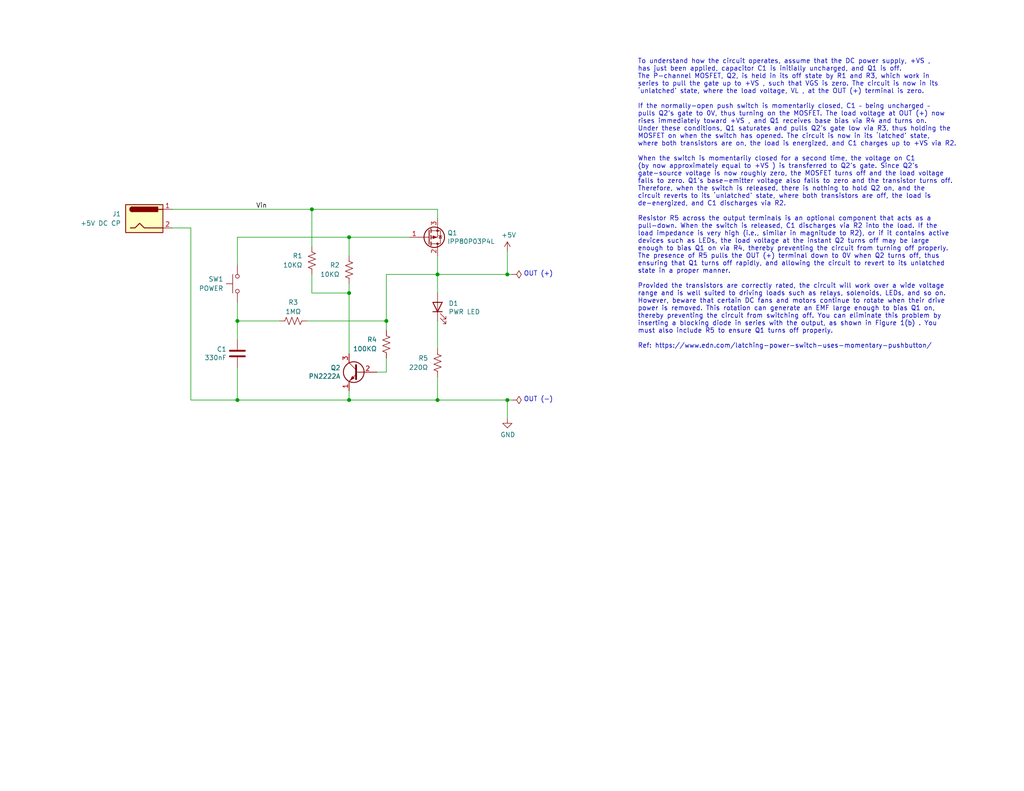
<source format=kicad_sch>
(kicad_sch (version 20211123) (generator eeschema)
  (paper "USLetter")
  (title_block (title "Part 2 - Latching power switch") (date "2022-09-30") (rev "1") (company "Frederic Segard - aka: The Micro Hobbyist"))
  (lib_symbols
    (symbol "Connector:Barrel_Jack" (pin_names (offset 1.016))
      (property "Reference" "J" (at 0 5.334 0))
      (property "Value" "Barrel_Jack" (at 0 -5.08 0))
      (symbol "Barrel_Jack_0_1"
        (rectangle (start -5.08 3.81) (end 5.08 -3.81) (stroke (width 0.254)) (fill (type background)))
        (arc (start -3.302 3.175) (mid -3.937 2.54) (end -3.302 1.905) (stroke (width 0.254)))
        (arc (start -3.302 3.175) (mid -3.937 2.54) (end -3.302 1.905) (stroke (width 0.254)) (fill (type outline)))
        (polyline (pts (xy 5.08 2.54) (xy 3.81 2.54)) (stroke (width 0.254)))
        (polyline (pts (xy -3.81 -2.54) (xy -2.54 -2.54) (xy -1.27 -1.27) (xy 0 -2.54) (xy 2.54 -2.54) (xy 5.08 -2.54)) (stroke (width 0.254)))
        (rectangle (start 3.683 3.175) (end -3.302 1.905) (stroke (width 0.254)) (fill (type outline)))
      )
      (symbol "Barrel_Jack_1_1"
        (pin passive line (at 7.62 2.54 180) (length 2.54) (name "~") (number "1"))
        (pin passive line (at 7.62 -2.54 180) (length 2.54) (name "~") (number "2"))
      )
    )
    (symbol "Device:C" (pin_numbers hide) (pin_names (offset 0.254))
      (property "Reference" "C" (at 0.635 2.54 0))
      (property "Value" "C" (at 0.635 -2.54 0))
      (symbol "C_0_1"
        (polyline (pts (xy -2.032 -0.762) (xy 2.032 -0.762)) (stroke (width 0.508)))
        (polyline (pts (xy -2.032 0.762) (xy 2.032 0.762)) (stroke (width 0.508)))
      )
      (symbol "C_1_1"
        (pin passive line (at 0 3.81 270) (length 2.794) (name "~") (number "1"))
        (pin passive line (at 0 -3.81 90) (length 2.794) (name "~") (number "2"))
      )
    )
    (symbol "Device:LED" (pin_numbers hide) (pin_names (offset 1.016) hide)
      (property "Reference" "D" (at 0 2.54 0))
      (property "Value" "LED" (at 0 -2.54 0))
      (symbol "LED_0_1"
        (polyline (pts (xy -1.27 -1.27) (xy -1.27 1.27)) (stroke (width 0.254)))
        (polyline (pts (xy -1.27 0) (xy 1.27 0)))
        (polyline (pts (xy 1.27 -1.27) (xy 1.27 1.27) (xy -1.27 0) (xy 1.27 -1.27)) (stroke (width 0.254)))
        (polyline (pts (xy -3.048 -0.762) (xy -4.572 -2.286) (xy -3.81 -2.286) (xy -4.572 -2.286) (xy -4.572 -1.524)))
        (polyline (pts (xy -1.778 -0.762) (xy -3.302 -2.286) (xy -2.54 -2.286) (xy -3.302 -2.286) (xy -3.302 -1.524)))
      )
      (symbol "LED_1_1"
        (pin passive line (at -3.81 0 0) (length 2.54) (name "K") (number "1"))
        (pin passive line (at 3.81 0 180) (length 2.54) (name "A") (number "2"))
      )
    )
    (symbol "Device:R_US" (pin_numbers hide) (pin_names (offset 0))
      (property "Reference" "R" (at 2.54 0 90))
      (property "Value" "R_US" (at -2.54 0 90))
      (symbol "R_US_0_1"
        (polyline (pts (xy 0 -2.286) (xy 0 -2.54)))
        (polyline (pts (xy 0 2.286) (xy 0 2.54)))
        (polyline (pts (xy 0 -0.762) (xy 1.016 -1.143) (xy 0 -1.524) (xy -1.016 -1.905) (xy 0 -2.286)))
        (polyline (pts (xy 0 0.762) (xy 1.016 0.381) (xy 0 0) (xy -1.016 -0.381) (xy 0 -0.762)))
        (polyline (pts (xy 0 2.286) (xy 1.016 1.905) (xy 0 1.524) (xy -1.016 1.143) (xy 0 0.762)))
      )
      (symbol "R_US_1_1"
        (pin passive line (at 0 3.81 270) (length 1.27) (name "~") (number "1"))
        (pin passive line (at 0 -3.81 90) (length 1.27) (name "~") (number "2"))
      )
    )
    (symbol "Switch:SW_Push" (pin_numbers hide) (pin_names (offset 1.016) hide)
      (property "Reference" "SW" (at 1.27 2.54 0))
      (property "Value" "SW_Push" (at 0 -1.524 0))
      (symbol "SW_Push_0_1"
        (circle (center -2.032 0) (radius 0.508))
        (polyline (pts (xy 0 1.27) (xy 0 3.048)))
        (polyline (pts (xy 2.54 1.27) (xy -2.54 1.27)))
        (circle (center 2.032 0) (radius 0.508))
        (pin passive line (at -5.08 0 0) (length 2.54) (name "1") (number "1"))
        (pin passive line (at 5.08 0 180) (length 2.54) (name "2") (number "2"))
      )
    )
    (symbol "Transistor_BJT:PN2222A" (pin_names (offset 0) hide)
      (property "Reference" "Q" (at 5.08 1.905 0))
      (property "Value" "PN2222A" (at 5.08 0 0))
      (symbol "PN2222A_0_1"
        (polyline (pts (xy 0 0) (xy 0.635 0)))
        (polyline (pts (xy 2.54 -2.54) (xy 0.635 -0.635)))
        (polyline (pts (xy 2.54 2.54) (xy 0.635 0.635)))
        (polyline (pts (xy 0.635 1.905) (xy 0.635 -1.905) (xy 0.635 -1.905)) (stroke (width 0.508)))
        (polyline (pts (xy 2.413 -2.413) (xy 1.905 -1.905) (xy 1.905 -1.905)))
        (polyline (pts (xy 1.143 -1.651) (xy 1.651 -1.143) (xy 2.159 -2.159) (xy 1.143 -1.651) (xy 1.143 -1.651)) (fill (type outline)))
        (circle (center 1.27 0) (radius 2.8194) (stroke (width 0.254)))
      )
      (symbol "PN2222A_1_1"
        (pin passive line (at 2.54 -5.08 90) (length 2.54) (name "E") (number "1"))
        (pin input line (at -5.08 0 0) (length 5.08) (name "B") (number "2"))
        (pin passive line (at 2.54 5.08 270) (length 2.54) (name "C") (number "3"))
      )
    )
    (symbol "Transistor_FET:IRF4905" (pin_names hide)
      (property "Reference" "Q" (at 5.08 1.905 0))
      (property "Value" "IRF4905" (at 5.08 0 0))
      (symbol "IRF4905_0_1"
        (polyline (pts (xy 0.254 0) (xy -2.54 0)))
        (polyline (pts (xy 0.254 1.905) (xy 0.254 -1.905)) (stroke (width 0.254)))
        (polyline (pts (xy 0.762 -1.27) (xy 0.762 -2.286)) (stroke (width 0.254)))
        (polyline (pts (xy 0.762 0.508) (xy 0.762 -0.508)) (stroke (width 0.254)))
        (polyline (pts (xy 0.762 2.286) (xy 0.762 1.27)) (stroke (width 0.254)))
        (polyline (pts (xy 2.54 2.54) (xy 2.54 1.778)))
        (polyline (pts (xy 2.54 -2.54) (xy 2.54 0) (xy 0.762 0)))
        (polyline (pts (xy 0.762 1.778) (xy 3.302 1.778) (xy 3.302 -1.778) (xy 0.762 -1.778)))
        (polyline (pts (xy 2.286 0) (xy 1.27 0.381) (xy 1.27 -0.381) (xy 2.286 0)) (fill (type outline)))
        (polyline (pts (xy 2.794 -0.508) (xy 2.921 -0.381) (xy 3.683 -0.381) (xy 3.81 -0.254)))
        (polyline (pts (xy 3.302 -0.381) (xy 2.921 0.254) (xy 3.683 0.254) (xy 3.302 -0.381)))
        (circle (center 1.651 0) (radius 2.794) (stroke (width 0.254)))
        (circle (center 2.54 -1.778) (radius 0.254) (fill (type outline)))
        (circle (center 2.54 1.778) (radius 0.254) (fill (type outline)))
      )
      (symbol "IRF4905_1_1"
        (pin input line (at -5.08 0 0) (length 2.54) (name "G") (number "1"))
        (pin passive line (at 2.54 5.08 270) (length 2.54) (name "D") (number "2"))
        (pin passive line (at 2.54 -5.08 90) (length 2.54) (name "S") (number "3"))
      )
    )
    (symbol "power:+5V" (power) (pin_names (offset 0))
      (property "Value" "+5V" (at 0 3.556 0))
      (symbol "+5V_0_1"
        (polyline (pts (xy -0.762 1.27) (xy 0 2.54)))
        (polyline (pts (xy 0 0) (xy 0 2.54)))
        (polyline (pts (xy 0 2.54) (xy 0.762 1.27)))
      )
      (symbol "+5V_1_1"
        (pin power_in line (at 0 0 90) (length 0) hide (name "+5V") (number "1"))
      )
    )
    (symbol "power:GND" (power) (pin_names (offset 0))
      (property "Value" "GND" (at 0 -3.81 0))
      (symbol "GND_0_1"
        (polyline (pts (xy 0 0) (xy 0 -1.27) (xy 1.27 -1.27) (xy 0 -2.54) (xy -1.27 -1.27) (xy 0 -1.27)))
      )
      (symbol "GND_1_1"
        (pin power_in line (at 0 0 270) (length 0) hide (name "GND") (number "1"))
      )
    )
    (symbol "power:PWR_FLAG" (power) (pin_numbers hide) (pin_names (offset 0) hide)
      (property "Value" "PWR_FLAG" (at 0 3.81 0))
      (symbol "PWR_FLAG_0_0"
        (pin power_out line (at 0 0 90) (length 0) (name "pwr") (number "1"))
      )
      (symbol "PWR_FLAG_0_1"
        (polyline (pts (xy 0 0) (xy 0 1.27) (xy -1.016 1.905) (xy 0 2.54) (xy 1.016 1.905) (xy 0 1.27)))
      )
    )
  )
  (junction (at 85.09 57.15))
  (junction (at 64.77 87.63))
  (junction (at 105.41 87.63))
  (junction (at 138.43 74.93))
  (junction (at 95.25 80.01))
  (junction (at 138.43 109.22))
  (junction (at 119.38 109.22))
  (junction (at 119.38 74.93))
  (junction (at 95.25 109.22))
  (junction (at 95.25 64.77))
  (junction (at 64.77 109.22))
  (wire (pts (xy 105.41 87.63) (xy 105.41 90.17)))
  (wire (pts (xy 64.77 87.63) (xy 64.77 82.55)))
  (wire (pts (xy 64.77 92.71) (xy 64.77 87.63)))
  (wire (pts (xy 119.38 80.01) (xy 119.38 74.93)))
  (wire (pts (xy 105.41 87.63) (xy 83.82 87.63)))
  (wire (pts (xy 119.38 69.85) (xy 119.38 74.93)))
  (wire (pts (xy 95.25 109.22) (xy 119.38 109.22)))
  (wire (pts (xy 119.38 95.25) (xy 119.38 87.63)))
  (wire (pts (xy 85.09 80.01) (xy 85.09 74.93)))
  (wire (pts (xy 139.7 109.22) (xy 138.43 109.22)))
  (wire (pts (xy 105.41 74.93) (xy 105.41 87.63)))
  (wire (pts (xy 105.41 101.6) (xy 105.41 97.79)))
  (wire (pts (xy 95.25 106.68) (xy 95.25 109.22)))
  (wire (pts (xy 95.25 80.01) (xy 95.25 96.52)))
  (wire (pts (xy 64.77 100.33) (xy 64.77 109.22)))
  (wire (pts (xy 95.25 109.22) (xy 64.77 109.22)))
  (wire (pts (xy 52.07 62.23) (xy 52.07 109.22)))
  (wire (pts (xy 95.25 77.47) (xy 95.25 80.01)))
  (wire (pts (xy 95.25 80.01) (xy 85.09 80.01)))
  (wire (pts (xy 95.25 69.85) (xy 95.25 64.77)))
  (wire (pts (xy 138.43 109.22) (xy 119.38 109.22)))
  (wire (pts (xy 64.77 109.22) (xy 52.07 109.22)))
  (wire (pts (xy 138.43 74.93) (xy 119.38 74.93)))
  (wire (pts (xy 85.09 67.31) (xy 85.09 57.15)))
  (wire (pts (xy 95.25 64.77) (xy 111.76 64.77)))
  (wire (pts (xy 119.38 57.15) (xy 119.38 59.69)))
  (wire (pts (xy 138.43 68.58) (xy 138.43 74.93)))
  (wire (pts (xy 102.87 101.6) (xy 105.41 101.6)))
  (wire (pts (xy 46.99 62.23) (xy 52.07 62.23)))
  (wire (pts (xy 64.77 64.77) (xy 95.25 64.77)))
  (wire (pts (xy 119.38 102.87) (xy 119.38 109.22)))
  (wire (pts (xy 64.77 87.63) (xy 76.2 87.63)))
  (wire (pts (xy 85.09 57.15) (xy 119.38 57.15)))
  (wire (pts (xy 138.43 109.22) (xy 138.43 114.3)))
  (wire (pts (xy 105.41 74.93) (xy 119.38 74.93)))
  (wire (pts (xy 46.99 57.15) (xy 85.09 57.15)))
  (wire (pts (xy 64.77 64.77) (xy 64.77 72.39)))
  (wire (pts (xy 139.7 74.93) (xy 138.43 74.93)))
  (text "OUT (-)" (at 142.875 109.855 0) (effects (font (size 1.27 1.27)) (justify left bottom)))
  (text "OUT (+)" (at 142.875 75.565 0) (effects (font (size 1.27 1.27)) (justify left bottom)))
  (text "To understand how the circuit operates, assume that the DC power supply, +VS ,\nhas just been applied, capacitor C1 is initially uncharged, and Q1 is off.\nThe P-channel MOSFET, Q2, is held in its off state by R1 and R3, which work in \nseries to pull the gate up to +VS , such that VGS is zero. The circuit is now in its\n‘unlatched’ state, where the load voltage, VL , at the OUT (+) terminal is zero.\n\nIf the normally-open push switch is momentarily closed, C1 – being uncharged – \npulls Q2’s gate to 0V, thus turning on the MOSFET. The load voltage at OUT (+) now\nrises immediately toward +VS , and Q1 receives base bias via R4 and turns on. \nUnder these conditions, Q1 saturates and pulls Q2’s gate low via R3, thus holding the\nMOSFET on when the switch has opened. The circuit is now in its ‘latched’ state, \nwhere both transistors are on, the load is energized, and C1 charges up to +VS via R2.\n\nWhen the switch is momentarily closed for a second time, the voltage on C1 \n(by now approximately equal to +VS ) is transferred to Q2’s gate. Since Q2’s\ngate-source voltage is now roughly zero, the MOSFET turns off and the load voltage \nfalls to zero. Q1’s base-emitter voltage also falls to zero and the transistor turns off. \nTherefore, when the switch is released, there is nothing to hold Q2 on, and the\ncircuit reverts to its ‘unlatched’ state, where both transistors are off, the load is \nde-energized, and C1 discharges via R2.\n\nResistor R5 across the output terminals is an optional component that acts as a \npull-down. When the switch is released, C1 discharges via R2 into the load. If the \nload impedance is very high (i.e., similar in magnitude to R2), or if it contains active\ndevices such as LEDs, the load voltage at the instant Q2 turns off may be large\nenough to bias Q1 on via R4, thereby preventing the circuit from turning off properly.\nThe presence of R5 pulls the OUT (+) terminal down to 0V when Q2 turns off, thus\nensuring that Q1 turns off rapidly, and allowing the circuit to revert to its unlatched \nstate in a proper manner.\n\nProvided the transistors are correctly rated, the circuit will work over a wide voltage\nrange and is well suited to driving loads such as relays, solenoids, LEDs, and so on.\nHowever, beware that certain DC fans and motors continue to rotate when their drive\npower is removed. This rotation can generate an EMF large enough to bias Q1 on,\nthereby preventing the circuit from switching off. You can eliminate this problem by \ninserting a blocking diode in series with the output, as shown in Figure 1(b) . You \nmust also include R5 to ensure Q1 turns off properly.\n\nRef: https://www.edn.com/latching-power-switch-uses-momentary-pushbutton/" (at 173.99 95.25 0) (effects (font (size 1.27 1.27)) (justify left bottom)))
  (label "Vin" (at 69.85 57.15 0))
  (symbol (lib_id "Transistor_BJT:PN2222A") (at 97.79 101.6 0) (mirror y) (unit 1)
    (property "Reference" "Q2" (at 92.9386 100.4316 0) (effects (justify left)))
    (property "Value" "PN2222A" (at 92.9386 102.743 0) (effects (justify left)))
    (property "Footprint" "Package_TO_SOT_THT:TO-92_Inline_Wide" (effects hide))
    (property "Datasheet" "https://www.onsemi.com/pub/Collateral/PN2222-D.PDF" (effects hide))
  )
  (symbol (lib_id "Connector:Barrel_Jack") (at 39.37 59.69 0) (unit 1)
    (property "Reference" "J1" (at 33.02 58.42 0) (effects (justify right)))
    (property "Value" "+5V DC CP" (at 33.02 60.96 0) (effects (justify right)))
    (property "Footprint" "Connector_BarrelJack:BarrelJack_Horizontal" (effects hide))
  )
  (symbol (lib_id "Transistor_FET:IRF4905") (at 116.84 64.77 0) (mirror x) (unit 1)
    (property "Reference" "Q1" (at 122.047 63.6016 0) (effects (justify left)))
    (property "Value" "IPP80P03P4L" (at 122.047 65.913 0) (effects (justify left)))
    (property "Footprint" "Package_TO_SOT_THT:TO-220-3_Horizontal_TabDown" (effects hide))
    (property "Datasheet" "http://www.infineon.com/dgdl/irf4905.pdf?fileId=5546d462533600a4015355e32165197c" (effects hide))
  )
  (symbol (lib_id "Device:R_US") (at 95.25 73.66 180) (unit 1)
    (property "Reference" "R2" (at 92.71 72.39 0) (effects (justify left)))
    (property "Value" "10KΩ" (at 92.71 74.93 0) (effects (justify left)))
    (property "Footprint" "Resistor_THT:R_Axial_DIN0207_L6.3mm_D2.5mm_P10.16mm_Horizontal" (effects hide))
  )
  (symbol (lib_id "Device:R_US") (at 85.09 71.12 180) (unit 1)
    (property "Reference" "R1" (at 82.55 69.85 0) (effects (justify left)))
    (property "Value" "10KΩ" (at 82.55 72.39 0) (effects (justify left)))
    (property "Footprint" "Resistor_THT:R_Axial_DIN0207_L6.3mm_D2.5mm_P10.16mm_Horizontal" (effects hide))
  )
  (symbol (lib_id "Switch:SW_Push") (at 64.77 77.47 90) (mirror x) (unit 1)
    (property "Reference" "SW1" (at 60.96 76.2 90) (effects (justify left)))
    (property "Value" "POWER" (at 60.96 78.74 90) (effects (justify left)))
    (property "Footprint" "Button_Switch_THT:SW_PUSH_6mm" (effects hide))
  )
  (symbol (lib_id "Device:R_US") (at 105.41 93.98 180) (unit 1)
    (property "Reference" "R4" (at 102.87 92.71 0) (effects (justify left)))
    (property "Value" "100KΩ" (at 102.87 95.25 0) (effects (justify left)))
    (property "Footprint" "Resistor_THT:R_Axial_DIN0207_L6.3mm_D2.5mm_P10.16mm_Horizontal" (effects hide))
  )
  (symbol (lib_id "Device:R_US") (at 80.01 87.63 90) (unit 1)
    (property "Reference" "R3" (at 80.01 82.55 90))
    (property "Value" "1MΩ" (at 80.01 85.09 90))
    (property "Footprint" "Resistor_THT:R_Axial_DIN0207_L6.3mm_D2.5mm_P10.16mm_Horizontal" (effects hide))
  )
  (symbol (lib_id "Device:C") (at 64.77 96.52 0) (mirror y) (unit 1)
    (property "Reference" "C1" (at 61.849 95.3516 0) (effects (justify left)))
    (property "Value" "330nF" (at 61.849 97.663 0) (effects (justify left)))
    (property "Footprint" "Capacitor_THT:C_Disc_D3.0mm_W1.6mm_P2.50mm" (effects hide))
  )
  (symbol (lib_id "Device:R_US") (at 119.38 99.06 180) (unit 1)
    (property "Reference" "R5" (at 116.84 97.79 0) (effects (justify left)))
    (property "Value" "220Ω" (at 116.84 100.33 0) (effects (justify left)))
    (property "Footprint" "Resistor_THT:R_Axial_DIN0207_L6.3mm_D2.5mm_P10.16mm_Horizontal" (effects hide))
  )
  (symbol (lib_id "power:+5V") (at 138.43 68.58 0) (unit 1)
    (property "Reference" "#PWR01" (effects hide))
    (property "Value" "+5V" (at 138.811 64.1858 0))
  )
  (symbol (lib_id "power:PWR_FLAG") (at 139.7 74.93 270) (unit 1)
    (property "Reference" "#FLG01" (effects hide))
    (property "Value" "PWR_FLAG" (effects hide))
  )
  (symbol (lib_id "power:PWR_FLAG") (at 139.7 109.22 270) (unit 1)
    (property "Reference" "#FLG02" (effects hide))
    (property "Value" "PWR_FLAG" (effects hide))
  )
  (symbol (lib_id "power:GND") (at 138.43 114.3 0) (unit 1)
    (property "Reference" "#PWR02" (effects hide))
    (property "Value" "GND" (at 138.557 118.6942 0))
  )
  (symbol (lib_id "Device:LED") (at 119.38 83.82 90) (unit 1)
    (property "Reference" "D1" (at 122.3772 82.8294 90) (effects (justify right)))
    (property "Value" "PWR LED" (at 122.3772 85.1408 90) (effects (justify right)))
    (property "Footprint" "LED_THT:LED_D3.0mm" (effects hide))
  )
)
</source>
